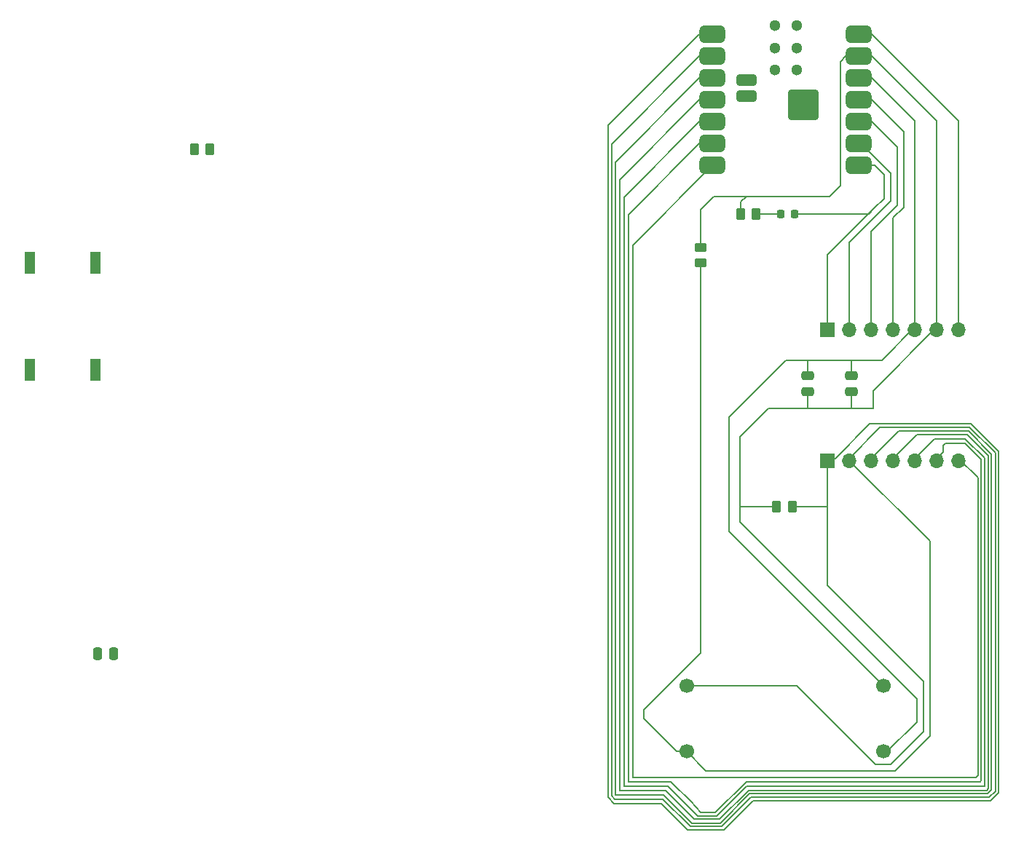
<source format=gbr>
%TF.GenerationSoftware,KiCad,Pcbnew,8.0.8*%
%TF.CreationDate,2025-02-26T13:49:19-08:00*%
%TF.ProjectId,pLUFsPCB,704c5546-7350-4434-922e-6b696361645f,1*%
%TF.SameCoordinates,Original*%
%TF.FileFunction,Copper,L1,Top*%
%TF.FilePolarity,Positive*%
%FSLAX46Y46*%
G04 Gerber Fmt 4.6, Leading zero omitted, Abs format (unit mm)*
G04 Created by KiCad (PCBNEW 8.0.8) date 2025-02-26 13:49:19*
%MOMM*%
%LPD*%
G01*
G04 APERTURE LIST*
G04 Aperture macros list*
%AMRoundRect*
0 Rectangle with rounded corners*
0 $1 Rounding radius*
0 $2 $3 $4 $5 $6 $7 $8 $9 X,Y pos of 4 corners*
0 Add a 4 corners polygon primitive as box body*
4,1,4,$2,$3,$4,$5,$6,$7,$8,$9,$2,$3,0*
0 Add four circle primitives for the rounded corners*
1,1,$1+$1,$2,$3*
1,1,$1+$1,$4,$5*
1,1,$1+$1,$6,$7*
1,1,$1+$1,$8,$9*
0 Add four rect primitives between the rounded corners*
20,1,$1+$1,$2,$3,$4,$5,0*
20,1,$1+$1,$4,$5,$6,$7,0*
20,1,$1+$1,$6,$7,$8,$9,0*
20,1,$1+$1,$8,$9,$2,$3,0*%
G04 Aperture macros list end*
%TA.AperFunction,SMDPad,CuDef*%
%ADD10RoundRect,0.250000X0.450000X-0.262500X0.450000X0.262500X-0.450000X0.262500X-0.450000X-0.262500X0*%
%TD*%
%TA.AperFunction,SMDPad,CuDef*%
%ADD11R,1.200000X2.500000*%
%TD*%
%TA.AperFunction,SMDPad,CuDef*%
%ADD12RoundRect,0.250000X-0.475000X0.250000X-0.475000X-0.250000X0.475000X-0.250000X0.475000X0.250000X0*%
%TD*%
%TA.AperFunction,SMDPad,CuDef*%
%ADD13RoundRect,0.250000X-0.262500X-0.450000X0.262500X-0.450000X0.262500X0.450000X-0.262500X0.450000X0*%
%TD*%
%TA.AperFunction,ComponentPad*%
%ADD14C,1.700000*%
%TD*%
%TA.AperFunction,SMDPad,CuDef*%
%ADD15RoundRect,0.218750X-0.218750X-0.256250X0.218750X-0.256250X0.218750X0.256250X-0.218750X0.256250X0*%
%TD*%
%TA.AperFunction,SMDPad,CuDef*%
%ADD16RoundRect,0.500000X-1.000000X-0.500000X1.000000X-0.500000X1.000000X0.500000X-1.000000X0.500000X0*%
%TD*%
%TA.AperFunction,HeatsinkPad*%
%ADD17RoundRect,0.250000X-1.500000X-1.500000X1.500000X-1.500000X1.500000X1.500000X-1.500000X1.500000X0*%
%TD*%
%TA.AperFunction,SMDPad,CuDef*%
%ADD18RoundRect,0.250000X-0.900000X-0.400000X0.900000X-0.400000X0.900000X0.400000X-0.900000X0.400000X0*%
%TD*%
%TA.AperFunction,SMDPad,CuDef*%
%ADD19C,1.300000*%
%TD*%
%TA.AperFunction,SMDPad,CuDef*%
%ADD20RoundRect,0.250000X-0.250000X-0.475000X0.250000X-0.475000X0.250000X0.475000X-0.250000X0.475000X0*%
%TD*%
%TA.AperFunction,SMDPad,CuDef*%
%ADD21RoundRect,0.250000X0.262500X0.450000X-0.262500X0.450000X-0.262500X-0.450000X0.262500X-0.450000X0*%
%TD*%
%TA.AperFunction,ComponentPad*%
%ADD22R,1.700000X1.700000*%
%TD*%
%TA.AperFunction,ComponentPad*%
%ADD23O,1.700000X1.700000*%
%TD*%
%TA.AperFunction,Conductor*%
%ADD24C,0.200000*%
%TD*%
G04 APERTURE END LIST*
D10*
%TO.P,R3,2*%
%TO.N,Net-(J2-Pin_6)*%
X102616000Y-75287500D03*
%TO.P,R3,1*%
%TO.N,Net-(J1-Pin_2)*%
X102616000Y-77112500D03*
%TD*%
D11*
%TO.P,SW1,1,1*%
%TO.N,Net-(U1-CHIP_EN)*%
X24638000Y-77062000D03*
%TO.P,SW1,2,2*%
%TO.N,Net-(J2-Pin_6)*%
X24638000Y-89562000D03*
%TO.P,SW1,3,3*%
%TO.N,Net-(U1-CHIP_EN)*%
X32258000Y-77062000D03*
%TO.P,SW1,4,4*%
%TO.N,Net-(J2-Pin_6)*%
X32258000Y-89562000D03*
%TD*%
D12*
%TO.P,C2,1*%
%TO.N,Net-(J2-Pin_5)*%
X115062000Y-90170000D03*
%TO.P,C2,2*%
%TO.N,Net-(J2-Pin_6)*%
X115062000Y-92070000D03*
%TD*%
D13*
%TO.P,R4,1*%
%TO.N,Net-(J2-Pin_6)*%
X111459000Y-105410000D03*
%TO.P,R4,2*%
%TO.N,Net-(J1-Pin_1)*%
X113284000Y-105410000D03*
%TD*%
D14*
%TO.P,M1,4*%
%TO.N,Net-(J1-Pin_1)*%
X101045000Y-126290000D03*
%TO.P,M1,3*%
%TO.N,Net-(J1-Pin_2)*%
X101045000Y-133910000D03*
%TO.P,M1,2,-*%
%TO.N,Net-(J2-Pin_6)*%
X123905000Y-133910000D03*
%TO.P,M1,1*%
%TO.N,Net-(J2-Pin_5)*%
X123905000Y-126290000D03*
%TD*%
D15*
%TO.P,D1,2,A*%
%TO.N,Net-(D1-A)*%
X113563500Y-71374000D03*
%TO.P,D1,1,K*%
%TO.N,Net-(D1-K)*%
X111988500Y-71374000D03*
%TD*%
D12*
%TO.P,C3,1*%
%TO.N,Net-(J2-Pin_5)*%
X120142000Y-90170000D03*
%TO.P,C3,2*%
%TO.N,Net-(J2-Pin_6)*%
X120142000Y-92070000D03*
%TD*%
D13*
%TO.P,R1,1*%
%TO.N,Net-(J2-Pin_5)*%
X43791500Y-63908000D03*
%TO.P,R1,2*%
%TO.N,Net-(U1-CHIP_EN)*%
X45616500Y-63908000D03*
%TD*%
D16*
%TO.P,U1,1,GPIO2_A0_D0*%
%TO.N,Net-(J1-Pin_1)*%
X104025000Y-50505000D03*
%TO.P,U1,2,GPIO3_A1_D1*%
%TO.N,Net-(J1-Pin_2)*%
X104025000Y-53045000D03*
%TO.P,U1,3,GPIO4_A2_D2*%
%TO.N,Net-(J1-Pin_3)*%
X104025000Y-55585000D03*
%TO.P,U1,4,GPIO5_A3_D3*%
%TO.N,Net-(J1-Pin_4)*%
X104025000Y-58125000D03*
%TO.P,U1,5,GPIO6_D4_SDA*%
%TO.N,Net-(J1-Pin_5)*%
X104025000Y-60665000D03*
%TO.P,U1,6,GPIO7_D5_SCL*%
%TO.N,Net-(J1-Pin_6)*%
X104025000Y-63205000D03*
%TO.P,U1,7,GPIO21_D6_TX*%
%TO.N,Net-(J1-Pin_7)*%
X104025000Y-65745000D03*
%TO.P,U1,8,GPIO20_D7_RX*%
%TO.N,Net-(D1-A)*%
X121025000Y-65745000D03*
%TO.P,U1,9,GPIO8_D8_SCK*%
%TO.N,Net-(J2-Pin_2)*%
X121025000Y-63205000D03*
%TO.P,U1,10,GPIO9_D9_MISO*%
%TO.N,Net-(J2-Pin_3)*%
X121025000Y-60665000D03*
%TO.P,U1,11,GPIO10_D10_MOSI*%
%TO.N,Net-(J2-Pin_4)*%
X121025000Y-58125000D03*
%TO.P,U1,12,3V3*%
%TO.N,Net-(J2-Pin_5)*%
X121025000Y-55585000D03*
%TO.P,U1,13,GND*%
%TO.N,Net-(J2-Pin_6)*%
X121025000Y-53045000D03*
%TO.P,U1,14,5V*%
%TO.N,Net-(J2-Pin_7)*%
X121025000Y-50505000D03*
D17*
%TO.P,U1,15,BAT*%
%TO.N,unconnected-(U1-BAT-Pad15)*%
X114625000Y-58725000D03*
D18*
%TO.P,U1,16,GND*%
%TO.N,unconnected-(U1-GND-Pad16)*%
X108025000Y-57725000D03*
%TO.P,U1,17,MTDI*%
%TO.N,unconnected-(U1-MTDI-Pad17)*%
X108025000Y-55825000D03*
D19*
%TO.P,U1,18,MTDO*%
%TO.N,unconnected-(U1-MTDO-Pad18)*%
X111255000Y-49505000D03*
%TO.P,U1,19,CHIP_EN*%
%TO.N,Net-(U1-CHIP_EN)*%
X111255000Y-52085000D03*
%TO.P,U1,20,GND*%
%TO.N,unconnected-(U1-GND-Pad20)*%
X111255000Y-54625000D03*
%TO.P,U1,21,MTMS*%
%TO.N,unconnected-(U1-MTMS-Pad21)*%
X113795000Y-54625000D03*
%TO.P,U1,22,MTCK*%
%TO.N,unconnected-(U1-MTCK-Pad22)*%
X113795000Y-52085000D03*
%TO.P,U1,23*%
%TO.N,N/C*%
X113795000Y-49505000D03*
%TD*%
D20*
%TO.P,C1,1*%
%TO.N,Net-(J2-Pin_6)*%
X32526000Y-122584000D03*
%TO.P,C1,2*%
%TO.N,Net-(U1-CHIP_EN)*%
X34426000Y-122584000D03*
%TD*%
D21*
%TO.P,R2,2*%
%TO.N,Net-(J2-Pin_6)*%
X107291500Y-71374000D03*
%TO.P,R2,1*%
%TO.N,Net-(D1-K)*%
X109116500Y-71374000D03*
%TD*%
D22*
%TO.P,J1,1,Pin_1*%
%TO.N,Net-(J1-Pin_1)*%
X117370000Y-100086000D03*
D23*
%TO.P,J1,2,Pin_2*%
%TO.N,Net-(J1-Pin_2)*%
X119910000Y-100086000D03*
%TO.P,J1,3,Pin_3*%
%TO.N,Net-(J1-Pin_3)*%
X122450000Y-100086000D03*
%TO.P,J1,4,Pin_4*%
%TO.N,Net-(J1-Pin_4)*%
X124990000Y-100086000D03*
%TO.P,J1,5,Pin_5*%
%TO.N,Net-(J1-Pin_5)*%
X127530000Y-100086000D03*
%TO.P,J1,6,Pin_6*%
%TO.N,Net-(J1-Pin_6)*%
X130070000Y-100086000D03*
%TO.P,J1,7,Pin_7*%
%TO.N,Net-(J1-Pin_7)*%
X132610000Y-100086000D03*
%TD*%
D22*
%TO.P,J2,1,Pin_1*%
%TO.N,Net-(D1-A)*%
X117370000Y-84836000D03*
D23*
%TO.P,J2,2,Pin_2*%
%TO.N,Net-(J2-Pin_2)*%
X119910000Y-84836000D03*
%TO.P,J2,3,Pin_3*%
%TO.N,Net-(J2-Pin_3)*%
X122450000Y-84836000D03*
%TO.P,J2,4,Pin_4*%
%TO.N,Net-(J2-Pin_4)*%
X124990000Y-84836000D03*
%TO.P,J2,5,Pin_5*%
%TO.N,Net-(J2-Pin_5)*%
X127530000Y-84836000D03*
%TO.P,J2,6,Pin_6*%
%TO.N,Net-(J2-Pin_6)*%
X130070000Y-84836000D03*
%TO.P,J2,7,Pin_7*%
%TO.N,Net-(J2-Pin_7)*%
X132610000Y-84836000D03*
%TD*%
D24*
%TO.N,Net-(J2-Pin_5)*%
X120142000Y-90170000D02*
X120142000Y-88392000D01*
X120142000Y-88392000D02*
X123713000Y-88392000D01*
X115062000Y-88392000D02*
X120142000Y-88392000D01*
%TO.N,Net-(J2-Pin_6)*%
X120142000Y-92070000D02*
X120142000Y-93980000D01*
X120142000Y-93980000D02*
X115062000Y-93980000D01*
X122682000Y-93980000D02*
X120142000Y-93980000D01*
X115062000Y-92070000D02*
X115062000Y-93980000D01*
X115062000Y-93980000D02*
X110490000Y-93980000D01*
%TO.N,Net-(J2-Pin_5)*%
X115062000Y-90170000D02*
X115062000Y-88392000D01*
X112522000Y-88392000D02*
X115062000Y-88392000D01*
%TO.N,Net-(J2-Pin_6)*%
X107188000Y-97282000D02*
X107188000Y-105410000D01*
X110490000Y-93980000D02*
X107188000Y-97282000D01*
X130070000Y-84575000D02*
X122682000Y-91963000D01*
X130070000Y-65300000D02*
X130070000Y-84575000D01*
X130048000Y-65278000D02*
X130070000Y-65300000D01*
X130048000Y-60568000D02*
X130048000Y-65278000D01*
X122682000Y-91963000D02*
X122682000Y-93980000D01*
X122525000Y-53045000D02*
X130048000Y-60568000D01*
X121025000Y-53045000D02*
X122525000Y-53045000D01*
X111459000Y-105410000D02*
X107188000Y-105410000D01*
X107188000Y-107188000D02*
X107188000Y-105410000D01*
%TO.N,Net-(J1-Pin_1)*%
X113284000Y-105410000D02*
X117370000Y-105410000D01*
X117370000Y-105410000D02*
X117370000Y-100086000D01*
X117370000Y-114576000D02*
X117370000Y-105410000D01*
%TO.N,Net-(J1-Pin_2)*%
X99842919Y-133910000D02*
X101045000Y-133910000D01*
X96012000Y-129032000D02*
X96012000Y-130079081D01*
X96012000Y-130079081D02*
X99842919Y-133910000D01*
X102616000Y-122428000D02*
X96012000Y-129032000D01*
X102616000Y-77112500D02*
X102616000Y-122428000D01*
%TO.N,Net-(J2-Pin_6)*%
X104140000Y-69342000D02*
X108204000Y-69342000D01*
X107950000Y-69342000D02*
X108204000Y-69342000D01*
X102616000Y-70866000D02*
X104140000Y-69342000D01*
X102616000Y-75287500D02*
X102616000Y-70866000D01*
X108204000Y-69342000D02*
X117602000Y-69342000D01*
%TO.N,Net-(J1-Pin_2)*%
X129286000Y-132080000D02*
X129286000Y-109462000D01*
X125222000Y-136144000D02*
X129286000Y-132080000D01*
X103279000Y-136144000D02*
X125222000Y-136144000D01*
X129286000Y-109462000D02*
X119910000Y-100086000D01*
X101045000Y-133910000D02*
X103279000Y-136144000D01*
%TO.N,Net-(J1-Pin_1)*%
X124714000Y-135382000D02*
X128524000Y-131572000D01*
X113844000Y-126290000D02*
X122936000Y-135382000D01*
X122936000Y-135382000D02*
X124714000Y-135382000D01*
X128524000Y-131572000D02*
X128524000Y-125730000D01*
X101045000Y-126290000D02*
X113844000Y-126290000D01*
X128524000Y-125730000D02*
X117370000Y-114576000D01*
%TO.N,Net-(J2-Pin_6)*%
X127762000Y-127762000D02*
X107188000Y-107188000D01*
X127762000Y-130513606D02*
X127762000Y-127762000D01*
X124365606Y-133910000D02*
X127762000Y-130513606D01*
X123905000Y-133910000D02*
X124365606Y-133910000D01*
%TO.N,Net-(J2-Pin_5)*%
X122525000Y-55585000D02*
X121025000Y-55585000D01*
X127508000Y-60568000D02*
X122525000Y-55585000D01*
X127530000Y-84575000D02*
X127530000Y-67840000D01*
X127508000Y-67818000D02*
X127508000Y-60568000D01*
X123713000Y-88392000D02*
X127530000Y-84575000D01*
X127530000Y-67840000D02*
X127508000Y-67818000D01*
X105918000Y-94996000D02*
X112522000Y-88392000D01*
X105918000Y-108303000D02*
X105918000Y-94996000D01*
X123905000Y-126290000D02*
X105918000Y-108303000D01*
%TO.N,Net-(J2-Pin_6)*%
X118872000Y-53698000D02*
X119525000Y-53045000D01*
X118872000Y-68072000D02*
X118872000Y-53698000D01*
X117602000Y-69342000D02*
X118872000Y-68072000D01*
X107291500Y-70000500D02*
X107950000Y-69342000D01*
X119525000Y-53045000D02*
X121025000Y-53045000D01*
X107291500Y-71374000D02*
X107291500Y-70000500D01*
%TO.N,Net-(D1-K)*%
X111988500Y-71374000D02*
X109116500Y-71374000D01*
%TO.N,Net-(D1-A)*%
X113563500Y-71374000D02*
X122174000Y-71374000D01*
X122809000Y-70739000D02*
X122047000Y-71501000D01*
X122174000Y-71374000D02*
X122809000Y-70739000D01*
X123952000Y-69596000D02*
X122809000Y-70739000D01*
X122047000Y-71501000D02*
X117370000Y-76178000D01*
%TO.N,Net-(J1-Pin_1)*%
X118283654Y-99825000D02*
X117370000Y-99825000D01*
X122280654Y-95828000D02*
X118283654Y-99825000D01*
X137306000Y-99032942D02*
X134101058Y-95828000D01*
X137306000Y-138711058D02*
X137306000Y-99032942D01*
X108772157Y-139639843D02*
X136377215Y-139639843D01*
X105372000Y-143040000D02*
X108772157Y-139639843D01*
X134101058Y-95828000D02*
X122280654Y-95828000D01*
X101130000Y-143040000D02*
X105372000Y-143040000D01*
X136377215Y-139639843D02*
X137306000Y-138711058D01*
X98044000Y-139954000D02*
X101130000Y-143040000D01*
X92594629Y-139954000D02*
X98044000Y-139954000D01*
X91910000Y-139269371D02*
X92594629Y-139954000D01*
X91910000Y-61120000D02*
X91910000Y-139269371D01*
X102525000Y-50505000D02*
X91910000Y-61120000D01*
X104025000Y-50505000D02*
X102525000Y-50505000D01*
%TO.N,Net-(J1-Pin_2)*%
X123507000Y-96228000D02*
X119910000Y-99825000D01*
X133935372Y-96228000D02*
X123507000Y-96228000D01*
X136906000Y-99198628D02*
X133935372Y-96228000D01*
X136906000Y-138545372D02*
X136906000Y-99198628D01*
X136211529Y-139239843D02*
X136906000Y-138545372D01*
X108525529Y-139239843D02*
X136211529Y-139239843D01*
X105125372Y-142640000D02*
X108525529Y-139239843D01*
X98240314Y-139446000D02*
X101434314Y-142640000D01*
X101434314Y-142640000D02*
X105125372Y-142640000D01*
X92652315Y-139446000D02*
X98240314Y-139446000D01*
X92310000Y-139103685D02*
X92652315Y-139446000D01*
X92310000Y-63260000D02*
X92310000Y-139103685D01*
X102525000Y-53045000D02*
X92310000Y-63260000D01*
X104025000Y-53045000D02*
X102525000Y-53045000D01*
%TO.N,Net-(J1-Pin_3)*%
X125647000Y-96628000D02*
X122450000Y-99825000D01*
X133769686Y-96628000D02*
X125647000Y-96628000D01*
X136474000Y-99332314D02*
X133769686Y-96628000D01*
X136045843Y-138839843D02*
X136474000Y-138411686D01*
X104997159Y-142202527D02*
X108359843Y-138839843D01*
X104939473Y-142202527D02*
X104997159Y-142202527D01*
X104902000Y-142240000D02*
X104939473Y-142202527D01*
X101600000Y-142240000D02*
X104902000Y-142240000D01*
X92710000Y-138938000D02*
X98298000Y-138938000D01*
X136474000Y-138411686D02*
X136474000Y-99332314D01*
X92710000Y-65400000D02*
X92710000Y-138938000D01*
X102525000Y-55585000D02*
X92710000Y-65400000D01*
X98298000Y-138938000D02*
X101600000Y-142240000D01*
X104025000Y-55585000D02*
X102525000Y-55585000D01*
X108359843Y-138839843D02*
X136045843Y-138839843D01*
%TO.N,Net-(J1-Pin_4)*%
X127787000Y-97028000D02*
X124990000Y-99825000D01*
X133604000Y-97028000D02*
X127787000Y-97028000D01*
X135890000Y-138430000D02*
X136074000Y-138246000D01*
X108204000Y-138430000D02*
X135890000Y-138430000D01*
X104831473Y-141802527D02*
X108204000Y-138430000D01*
X101924527Y-141802527D02*
X104831473Y-141802527D01*
X136074000Y-99498000D02*
X133604000Y-97028000D01*
X98552000Y-138430000D02*
X101924527Y-141802527D01*
X93218000Y-67432000D02*
X93218000Y-138430000D01*
X93218000Y-138430000D02*
X98552000Y-138430000D01*
X102525000Y-58125000D02*
X93218000Y-67432000D01*
X136074000Y-138246000D02*
X136074000Y-99498000D01*
X104025000Y-58125000D02*
X102525000Y-58125000D01*
%TO.N,Net-(J1-Pin_5)*%
X133407686Y-97536000D02*
X129819000Y-97536000D01*
X135674000Y-99802314D02*
X133407686Y-97536000D01*
X135674000Y-137884000D02*
X135674000Y-99802314D01*
X129819000Y-97536000D02*
X127530000Y-99825000D01*
X135185686Y-137922000D02*
X135636000Y-137922000D01*
X135156843Y-137950843D02*
X135185686Y-137922000D01*
X104527159Y-141402527D02*
X107978843Y-137950843D01*
X135636000Y-137922000D02*
X135674000Y-137884000D01*
X102286527Y-141402527D02*
X104527159Y-141402527D01*
X98806000Y-137922000D02*
X102286527Y-141402527D01*
X107978843Y-137950843D02*
X135156843Y-137950843D01*
X93726000Y-137922000D02*
X98806000Y-137922000D01*
X102525000Y-60665000D02*
X93726000Y-69464000D01*
X104025000Y-60665000D02*
X102525000Y-60665000D01*
X93726000Y-69464000D02*
X93726000Y-137922000D01*
%TO.N,Net-(J1-Pin_6)*%
X130810000Y-99085000D02*
X130070000Y-99825000D01*
X130810000Y-98298000D02*
X130810000Y-99085000D01*
X131064000Y-98044000D02*
X130810000Y-98298000D01*
X135274000Y-99968000D02*
X133350000Y-98044000D01*
X133350000Y-98044000D02*
X131064000Y-98044000D01*
X135274000Y-137268000D02*
X135274000Y-99968000D01*
X104361473Y-141002527D02*
X107950000Y-137414000D01*
X107950000Y-137414000D02*
X135128000Y-137414000D01*
X102676669Y-141002527D02*
X104361473Y-141002527D01*
X101910585Y-140195409D02*
X102124571Y-140450429D01*
X101791906Y-139989850D02*
X101910585Y-140195409D01*
X99216056Y-137414000D02*
X101791906Y-139989850D01*
X135128000Y-137414000D02*
X135274000Y-137268000D01*
X94234000Y-137414000D02*
X99216056Y-137414000D01*
X94234000Y-71496000D02*
X94234000Y-137414000D01*
X102525000Y-63205000D02*
X94234000Y-71496000D01*
X102124571Y-140450429D02*
X102676669Y-141002527D01*
X104025000Y-63205000D02*
X102525000Y-63205000D01*
%TO.N,Net-(J1-Pin_7)*%
X134874000Y-102089000D02*
X132610000Y-99825000D01*
X134874000Y-136652000D02*
X134874000Y-102089000D01*
X94742000Y-136906000D02*
X134620000Y-136906000D01*
X94742000Y-75028000D02*
X94742000Y-136906000D01*
X134620000Y-136906000D02*
X134874000Y-136652000D01*
X104025000Y-65745000D02*
X94742000Y-75028000D01*
%TO.N,Net-(J2-Pin_7)*%
X132588000Y-62230000D02*
X132610000Y-62252000D01*
X132610000Y-62252000D02*
X132610000Y-84575000D01*
X132588000Y-60568000D02*
X132588000Y-62230000D01*
X122525000Y-50505000D02*
X132588000Y-60568000D01*
X121025000Y-50505000D02*
X122525000Y-50505000D01*
%TO.N,Net-(J2-Pin_4)*%
X126238000Y-70612000D02*
X124990000Y-71860000D01*
X126238000Y-61838000D02*
X126238000Y-70612000D01*
X122525000Y-58125000D02*
X126238000Y-61838000D01*
X121025000Y-58125000D02*
X122525000Y-58125000D01*
X124990000Y-71860000D02*
X124990000Y-84575000D01*
%TO.N,Net-(J2-Pin_3)*%
X125476000Y-70358000D02*
X122428000Y-73406000D01*
X122428000Y-73406000D02*
X122450000Y-73428000D01*
X122450000Y-73428000D02*
X122450000Y-84575000D01*
X122525000Y-60665000D02*
X125476000Y-63616000D01*
X125476000Y-63616000D02*
X125476000Y-70358000D01*
X121025000Y-60665000D02*
X122525000Y-60665000D01*
%TO.N,Net-(J2-Pin_2)*%
X119888000Y-74676000D02*
X119910000Y-74698000D01*
X124714000Y-69850000D02*
X119888000Y-74676000D01*
X119910000Y-74698000D02*
X119910000Y-84575000D01*
X124714000Y-66671336D02*
X124714000Y-69850000D01*
X121247664Y-63205000D02*
X124714000Y-66671336D01*
X121025000Y-63205000D02*
X121247664Y-63205000D01*
%TO.N,Net-(D1-A)*%
X123952000Y-66802000D02*
X123952000Y-69596000D01*
X117370000Y-76178000D02*
X117370000Y-84575000D01*
X122895000Y-65745000D02*
X123952000Y-66802000D01*
X121025000Y-65745000D02*
X122895000Y-65745000D01*
%TD*%
M02*

</source>
